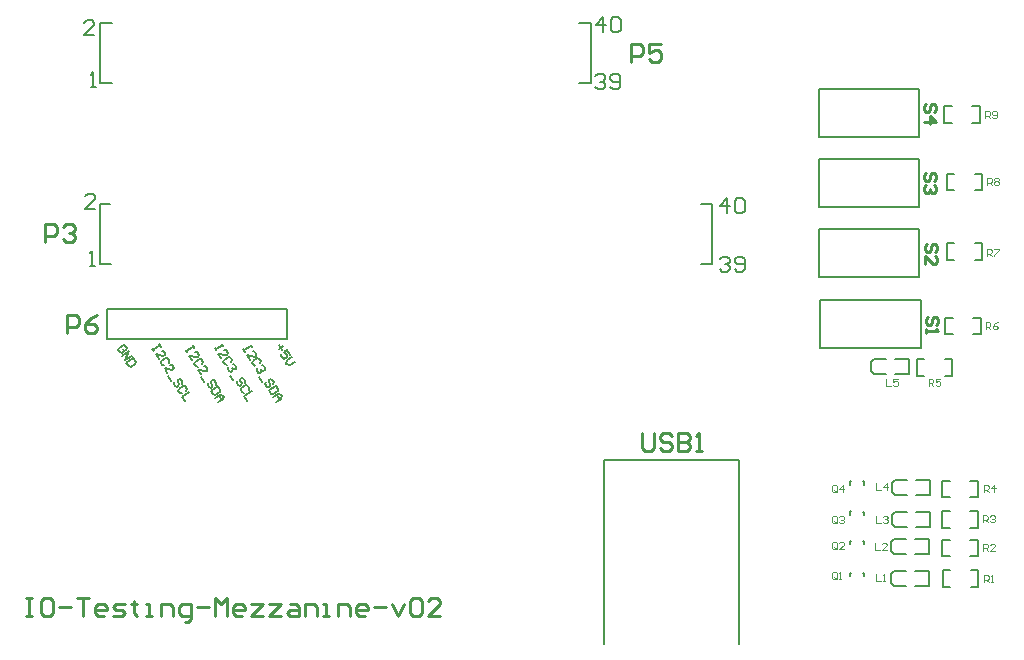
<source format=gto>
G04 Layer_Color=65535*
%FSLAX42Y42*%
%MOMM*%
G71*
G01*
G75*
%ADD20C,0.25*%
%ADD36C,0.20*%
%ADD37C,0.13*%
%ADD38C,0.18*%
%ADD39C,0.15*%
%ADD40C,0.10*%
%ADD41C,0.20*%
D20*
X1194Y1384D02*
X1245D01*
X1219D01*
Y1232D01*
X1194D01*
X1245D01*
X1397Y1384D02*
X1346D01*
X1321Y1359D01*
Y1257D01*
X1346Y1232D01*
X1397D01*
X1422Y1257D01*
Y1359D01*
X1397Y1384D01*
X1473Y1308D02*
X1575D01*
X1625Y1384D02*
X1727D01*
X1676D01*
Y1232D01*
X1854D02*
X1803D01*
X1778Y1257D01*
Y1308D01*
X1803Y1333D01*
X1854D01*
X1879Y1308D01*
Y1283D01*
X1778D01*
X1930Y1232D02*
X2006D01*
X2032Y1257D01*
X2006Y1283D01*
X1956D01*
X1930Y1308D01*
X1956Y1333D01*
X2032D01*
X2108Y1359D02*
Y1333D01*
X2083D01*
X2133D01*
X2108D01*
Y1257D01*
X2133Y1232D01*
X2209D02*
X2260D01*
X2235D01*
Y1333D01*
X2209D01*
X2336Y1232D02*
Y1333D01*
X2413D01*
X2438Y1308D01*
Y1232D01*
X2540Y1181D02*
X2565D01*
X2590Y1207D01*
Y1333D01*
X2514D01*
X2489Y1308D01*
Y1257D01*
X2514Y1232D01*
X2590D01*
X2641Y1308D02*
X2743D01*
X2793Y1232D02*
Y1384D01*
X2844Y1333D01*
X2895Y1384D01*
Y1232D01*
X3022D02*
X2971D01*
X2946Y1257D01*
Y1308D01*
X2971Y1333D01*
X3022D01*
X3047Y1308D01*
Y1283D01*
X2946D01*
X3098Y1333D02*
X3200D01*
X3098Y1232D01*
X3200D01*
X3251Y1333D02*
X3352D01*
X3251Y1232D01*
X3352D01*
X3428Y1333D02*
X3479D01*
X3504Y1308D01*
Y1232D01*
X3428D01*
X3403Y1257D01*
X3428Y1283D01*
X3504D01*
X3555Y1232D02*
Y1333D01*
X3631D01*
X3657Y1308D01*
Y1232D01*
X3708D02*
X3758D01*
X3733D01*
Y1333D01*
X3708D01*
X3835Y1232D02*
Y1333D01*
X3911D01*
X3936Y1308D01*
Y1232D01*
X4063D02*
X4012D01*
X3987Y1257D01*
Y1308D01*
X4012Y1333D01*
X4063D01*
X4088Y1308D01*
Y1283D01*
X3987D01*
X4139Y1308D02*
X4241D01*
X4292Y1333D02*
X4342Y1232D01*
X4393Y1333D01*
X4444Y1359D02*
X4469Y1384D01*
X4520D01*
X4546Y1359D01*
Y1257D01*
X4520Y1232D01*
X4469D01*
X4444Y1257D01*
Y1359D01*
X4698Y1232D02*
X4596D01*
X4698Y1333D01*
Y1359D01*
X4672Y1384D01*
X4622D01*
X4596Y1359D01*
X8879Y4915D02*
X8896Y4931D01*
Y4965D01*
X8879Y4981D01*
X8863D01*
X8846Y4965D01*
Y4931D01*
X8829Y4915D01*
X8813D01*
X8796Y4931D01*
Y4965D01*
X8813Y4981D01*
X8879Y4881D02*
X8896Y4865D01*
Y4831D01*
X8879Y4815D01*
X8863D01*
X8846Y4831D01*
Y4848D01*
Y4831D01*
X8829Y4815D01*
X8813D01*
X8796Y4831D01*
Y4865D01*
X8813Y4881D01*
X6318Y5925D02*
Y6077D01*
X6394D01*
X6420Y6052D01*
Y6001D01*
X6394Y5976D01*
X6318D01*
X6572Y6077D02*
X6470D01*
Y6001D01*
X6521Y6027D01*
X6547D01*
X6572Y6001D01*
Y5950D01*
X6547Y5925D01*
X6496D01*
X6470Y5950D01*
X8879Y5499D02*
X8896Y5516D01*
Y5549D01*
X8879Y5566D01*
X8863D01*
X8846Y5549D01*
Y5516D01*
X8829Y5499D01*
X8813D01*
X8796Y5516D01*
Y5549D01*
X8813Y5566D01*
X8796Y5416D02*
X8896D01*
X8846Y5466D01*
Y5399D01*
X8890Y4317D02*
X8907Y4334D01*
Y4367D01*
X8890Y4384D01*
X8874D01*
X8857Y4367D01*
Y4334D01*
X8840Y4317D01*
X8824D01*
X8807Y4334D01*
Y4367D01*
X8824Y4384D01*
X8807Y4217D02*
Y4284D01*
X8874Y4217D01*
X8890D01*
X8907Y4234D01*
Y4267D01*
X8890Y4284D01*
X8897Y3694D02*
X8914Y3711D01*
Y3744D01*
X8897Y3761D01*
X8881D01*
X8864Y3744D01*
Y3711D01*
X8847Y3694D01*
X8831D01*
X8814Y3711D01*
Y3744D01*
X8831Y3761D01*
X8814Y3661D02*
Y3628D01*
Y3644D01*
X8914D01*
X8897Y3661D01*
X1359Y4401D02*
Y4553D01*
X1435D01*
X1461Y4528D01*
Y4477D01*
X1435Y4452D01*
X1359D01*
X1511Y4528D02*
X1537Y4553D01*
X1588D01*
X1613Y4528D01*
Y4503D01*
X1588Y4477D01*
X1562D01*
X1588D01*
X1613Y4452D01*
Y4426D01*
X1588Y4401D01*
X1537D01*
X1511Y4426D01*
X1543Y3629D02*
Y3781D01*
X1619D01*
X1645Y3756D01*
Y3705D01*
X1619Y3680D01*
X1543D01*
X1797Y3781D02*
X1746Y3756D01*
X1695Y3705D01*
Y3654D01*
X1721Y3629D01*
X1772D01*
X1797Y3654D01*
Y3680D01*
X1772Y3705D01*
X1695D01*
X6409Y2783D02*
Y2656D01*
X6434Y2631D01*
X6485D01*
X6511Y2656D01*
Y2783D01*
X6663Y2758D02*
X6638Y2783D01*
X6587D01*
X6561Y2758D01*
Y2733D01*
X6587Y2707D01*
X6638D01*
X6663Y2682D01*
Y2656D01*
X6638Y2631D01*
X6587D01*
X6561Y2656D01*
X6714Y2783D02*
Y2631D01*
X6790D01*
X6815Y2656D01*
Y2682D01*
X6790Y2707D01*
X6714D01*
X6790D01*
X6815Y2733D01*
Y2758D01*
X6790Y2783D01*
X6714D01*
X6866Y2631D02*
X6917D01*
X6891D01*
Y2783D01*
X6866Y2758D01*
D36*
X8292Y1569D02*
Y1598D01*
X8169Y1570D02*
Y1598D01*
X8181D01*
X8280Y1598D02*
X8292D01*
X8280Y1871D02*
X8292D01*
X8169Y1872D02*
X8181D01*
X8169Y1844D02*
Y1872D01*
X8292Y1843D02*
Y1871D01*
Y2090D02*
Y2117D01*
X8169Y2091D02*
Y2118D01*
X8181D01*
X8280Y2117D02*
X8292D01*
X8280Y2373D02*
X8292D01*
X8169Y2374D02*
X8181D01*
X8169Y2345D02*
Y2374D01*
X8292Y2344D02*
Y2373D01*
X5874Y6256D02*
X5975D01*
X5874Y5748D02*
X5975D01*
X1822D02*
X1924D01*
X1822Y6256D02*
X1924D01*
X5975Y5748D02*
Y6256D01*
X1822Y5748D02*
Y6256D01*
X1879Y3831D02*
X3403D01*
X1879Y3577D02*
X3403D01*
Y3831D01*
X1879Y3577D02*
Y3831D01*
X6909Y4718D02*
X7004D01*
X6909Y4210D02*
X7004D01*
X1822D02*
X1913D01*
X1822Y4718D02*
X1908D01*
X7004Y4210D02*
Y4718D01*
X1822Y4210D02*
Y4718D01*
D37*
X7909Y4695D02*
X8760D01*
X7909Y5101D02*
X8760D01*
Y4695D02*
Y5101D01*
X7909Y4695D02*
Y5101D01*
Y5285D02*
X8760D01*
X7909Y5691D02*
X8760D01*
Y5285D02*
Y5691D01*
X7909Y5285D02*
Y5691D01*
Y4105D02*
X8760D01*
X7909Y4511D02*
X8760D01*
Y4105D02*
Y4511D01*
X7909Y4105D02*
Y4511D01*
X7919Y3505D02*
X8770D01*
X7919Y3911D02*
X8770D01*
Y3505D02*
Y3911D01*
X7919Y3505D02*
Y3911D01*
X8837Y1488D02*
Y1615D01*
X8520Y1589D02*
X8545Y1615D01*
X8520Y1513D02*
X8545Y1488D01*
X8520Y1513D02*
Y1589D01*
X8545Y1488D02*
X8647D01*
X8723D02*
X8837D01*
X8545Y1615D02*
X8647D01*
X8723D02*
X8837D01*
X8555Y3410D02*
X8669D01*
X8377D02*
X8479D01*
X8555Y3283D02*
X8669D01*
X8377D02*
X8479D01*
X8352Y3308D02*
Y3384D01*
Y3308D02*
X8377Y3283D01*
X8352Y3384D02*
X8377Y3410D01*
X8669Y3283D02*
Y3410D01*
X8733Y2384D02*
X8847D01*
X8555D02*
X8657D01*
X8733Y2258D02*
X8847D01*
X8555D02*
X8657D01*
X8530Y2283D02*
Y2359D01*
Y2283D02*
X8555Y2258D01*
X8530Y2359D02*
X8555Y2384D01*
X8847Y2258D02*
Y2384D01*
X8733Y2115D02*
X8847D01*
X8555D02*
X8657D01*
X8733Y1988D02*
X8847D01*
X8555D02*
X8657D01*
X8530Y2013D02*
Y2089D01*
Y2013D02*
X8555Y1988D01*
X8530Y2089D02*
X8555Y2115D01*
X8847Y1988D02*
Y2115D01*
X8723Y1884D02*
X8837D01*
X8545D02*
X8647D01*
X8723Y1758D02*
X8837D01*
X8545D02*
X8647D01*
X8520Y1783D02*
Y1859D01*
Y1783D02*
X8545Y1758D01*
X8520Y1859D02*
X8545Y1884D01*
X8837Y1758D02*
Y1884D01*
X6090Y1000D02*
Y2542D01*
X7233Y1000D02*
Y2542D01*
X6092Y2550D02*
X7235D01*
D38*
X9207Y5547D02*
X9273D01*
Y5409D02*
Y5547D01*
X9207Y5409D02*
X9273D01*
X8969D02*
X9035D01*
X8969D02*
Y5547D01*
X9035D01*
X9227Y4977D02*
X9293D01*
Y4839D02*
Y4977D01*
X9227Y4839D02*
X9293D01*
X8989D02*
X9055D01*
X8989D02*
Y4977D01*
X9055D01*
X9217Y3757D02*
X9283D01*
Y3619D02*
Y3757D01*
X9217Y3619D02*
X9283D01*
X8979D02*
X9045D01*
X8979D02*
Y3757D01*
X9045D01*
X9191Y2380D02*
X9257D01*
Y2242D02*
Y2380D01*
X9191Y2242D02*
X9257D01*
X8953D02*
X9019D01*
X8953D02*
Y2380D01*
X9019D01*
X9227Y4387D02*
X9293D01*
Y4249D02*
Y4387D01*
X9227Y4249D02*
X9293D01*
X8989D02*
X9055D01*
X8989D02*
Y4387D01*
X9055D01*
X9191Y2119D02*
X9257D01*
Y1981D02*
Y2119D01*
X9191Y1981D02*
X9257D01*
X8953D02*
X9019D01*
X8953D02*
Y2119D01*
X9019D01*
X8973Y3405D02*
X9039D01*
Y3267D02*
Y3405D01*
X8973Y3267D02*
X9039D01*
X8735D02*
X8801D01*
X8735D02*
Y3405D01*
X8801D01*
X9191Y1880D02*
X9257D01*
Y1742D02*
Y1880D01*
X9191Y1742D02*
X9257D01*
X8953D02*
X9019D01*
X8953D02*
Y1880D01*
X9019D01*
X9193Y1619D02*
X9259D01*
Y1481D02*
Y1619D01*
X9193Y1481D02*
X9259D01*
X8955D02*
X9021D01*
X8955D02*
Y1619D01*
X9021D01*
D39*
X2607Y3524D02*
X2619Y3504D01*
X2613Y3514D01*
X2554Y3477D01*
X2548Y3487D01*
X2560Y3467D01*
X2603Y3398D02*
X2578Y3438D01*
X2643Y3423D01*
X2652Y3429D01*
X2656Y3445D01*
X2644Y3465D01*
X2628Y3468D01*
X2689Y3369D02*
X2693Y3385D01*
X2681Y3405D01*
X2665Y3409D01*
X2625Y3384D01*
X2621Y3368D01*
X2634Y3349D01*
X2650Y3345D01*
X2677Y3279D02*
X2652Y3319D01*
X2716Y3304D01*
X2726Y3310D01*
X2730Y3326D01*
X2718Y3346D01*
X2702Y3349D01*
X2679Y3253D02*
X2704Y3213D01*
X2800Y3191D02*
X2804Y3207D01*
X2791Y3227D01*
X2775Y3231D01*
X2765Y3224D01*
X2762Y3208D01*
X2774Y3188D01*
X2770Y3172D01*
X2760Y3166D01*
X2744Y3170D01*
X2732Y3190D01*
X2736Y3206D01*
X2822Y3177D02*
X2763Y3140D01*
X2781Y3111D01*
X2797Y3107D01*
X2837Y3131D01*
X2841Y3147D01*
X2822Y3177D01*
X2799Y3081D02*
X2839Y3105D01*
X2871Y3098D01*
X2864Y3066D01*
X2824Y3041D01*
X2854Y3060D01*
X2829Y3099D01*
X2323Y3534D02*
X2335Y3514D01*
X2329Y3524D01*
X2270Y3487D01*
X2264Y3497D01*
X2276Y3477D01*
X2319Y3408D02*
X2294Y3448D01*
X2359Y3433D01*
X2368Y3439D01*
X2372Y3455D01*
X2360Y3475D01*
X2344Y3478D01*
X2405Y3379D02*
X2409Y3395D01*
X2397Y3415D01*
X2381Y3419D01*
X2341Y3394D01*
X2337Y3378D01*
X2350Y3359D01*
X2366Y3355D01*
X2393Y3289D02*
X2368Y3329D01*
X2432Y3314D01*
X2442Y3320D01*
X2446Y3336D01*
X2434Y3356D01*
X2418Y3359D01*
X2395Y3263D02*
X2420Y3223D01*
X2516Y3201D02*
X2520Y3217D01*
X2507Y3237D01*
X2491Y3241D01*
X2481Y3234D01*
X2478Y3218D01*
X2490Y3198D01*
X2486Y3182D01*
X2476Y3176D01*
X2460Y3180D01*
X2448Y3200D01*
X2452Y3216D01*
X2553Y3141D02*
X2557Y3157D01*
X2544Y3177D01*
X2528Y3181D01*
X2489Y3156D01*
X2485Y3140D01*
X2497Y3121D01*
X2513Y3117D01*
X2575Y3128D02*
X2515Y3091D01*
X2540Y3051D01*
X2046Y3487D02*
X2050Y3503D01*
X2037Y3523D01*
X2021Y3527D01*
X1982Y3502D01*
X1978Y3486D01*
X1990Y3466D01*
X2006Y3463D01*
X2026Y3475D01*
X2014Y3495D01*
X2009Y3437D02*
X2068Y3474D01*
X2033Y3397D01*
X2093Y3434D01*
X2105Y3414D02*
X2045Y3377D01*
X2064Y3347D01*
X2080Y3344D01*
X2120Y3368D01*
X2123Y3384D01*
X2105Y3414D01*
X2853Y3540D02*
X2865Y3520D01*
X2859Y3530D01*
X2800Y3493D01*
X2794Y3503D01*
X2806Y3483D01*
X2849Y3414D02*
X2824Y3454D01*
X2889Y3439D01*
X2898Y3445D01*
X2902Y3461D01*
X2890Y3481D01*
X2874Y3484D01*
X2935Y3385D02*
X2939Y3401D01*
X2927Y3421D01*
X2911Y3425D01*
X2871Y3400D01*
X2867Y3384D01*
X2880Y3365D01*
X2896Y3361D01*
X2948Y3365D02*
X2964Y3362D01*
X2976Y3342D01*
X2972Y3326D01*
X2962Y3320D01*
X2946Y3323D01*
X2940Y3333D01*
X2946Y3323D01*
X2942Y3307D01*
X2933Y3301D01*
X2916Y3305D01*
X2904Y3325D01*
X2908Y3341D01*
X2925Y3269D02*
X2950Y3229D01*
X3046Y3207D02*
X3050Y3223D01*
X3037Y3243D01*
X3021Y3247D01*
X3011Y3240D01*
X3008Y3224D01*
X3020Y3204D01*
X3016Y3188D01*
X3006Y3182D01*
X2990Y3186D01*
X2978Y3206D01*
X2982Y3222D01*
X3083Y3147D02*
X3087Y3163D01*
X3074Y3183D01*
X3058Y3187D01*
X3019Y3162D01*
X3015Y3146D01*
X3027Y3127D01*
X3043Y3123D01*
X3105Y3134D02*
X3045Y3097D01*
X3070Y3057D01*
X3096Y3529D02*
X3108Y3509D01*
X3102Y3519D01*
X3042Y3482D01*
X3036Y3492D01*
X3048Y3472D01*
X3091Y3403D02*
X3067Y3443D01*
X3131Y3428D01*
X3141Y3434D01*
X3145Y3450D01*
X3133Y3470D01*
X3116Y3473D01*
X3178Y3374D02*
X3182Y3390D01*
X3169Y3410D01*
X3153Y3414D01*
X3114Y3389D01*
X3110Y3373D01*
X3122Y3354D01*
X3138Y3350D01*
X3190Y3354D02*
X3206Y3351D01*
X3219Y3331D01*
X3215Y3315D01*
X3205Y3309D01*
X3189Y3312D01*
X3183Y3322D01*
X3189Y3312D01*
X3185Y3296D01*
X3175Y3290D01*
X3159Y3294D01*
X3147Y3314D01*
X3151Y3330D01*
X3168Y3258D02*
X3192Y3218D01*
X3288Y3196D02*
X3292Y3212D01*
X3280Y3232D01*
X3264Y3236D01*
X3254Y3229D01*
X3250Y3213D01*
X3263Y3193D01*
X3259Y3177D01*
X3249Y3171D01*
X3233Y3175D01*
X3220Y3195D01*
X3224Y3211D01*
X3311Y3182D02*
X3251Y3145D01*
X3270Y3116D01*
X3286Y3112D01*
X3325Y3136D01*
X3329Y3152D01*
X3311Y3182D01*
X3288Y3086D02*
X3328Y3110D01*
X3360Y3103D01*
X3352Y3071D01*
X3313Y3046D01*
X3342Y3065D01*
X3318Y3104D01*
X3341Y3525D02*
X3366Y3485D01*
X3374Y3517D02*
X3334Y3492D01*
X3433Y3444D02*
X3408Y3484D01*
X3378Y3465D01*
X3400Y3451D01*
X3407Y3442D01*
X3403Y3425D01*
X3383Y3413D01*
X3367Y3417D01*
X3355Y3437D01*
X3358Y3453D01*
X3445Y3424D02*
X3405Y3399D01*
X3398Y3367D01*
X3430Y3360D01*
X3469Y3384D01*
D40*
X8059Y2292D02*
Y2332D01*
X8049Y2342D01*
X8029D01*
X8019Y2332D01*
Y2292D01*
X8029Y2282D01*
X8049D01*
X8039Y2302D02*
X8059Y2282D01*
X8049D02*
X8059Y2292D01*
X8109Y2282D02*
Y2342D01*
X8079Y2312D01*
X8119D01*
X8059Y2028D02*
Y2068D01*
X8049Y2078D01*
X8029D01*
X8019Y2068D01*
Y2028D01*
X8029Y2018D01*
X8049D01*
X8039Y2038D02*
X8059Y2018D01*
X8049D02*
X8059Y2028D01*
X8079Y2068D02*
X8089Y2078D01*
X8109D01*
X8119Y2068D01*
Y2058D01*
X8109Y2048D01*
X8099D01*
X8109D01*
X8119Y2038D01*
Y2028D01*
X8109Y2018D01*
X8089D01*
X8079Y2028D01*
X8059Y1808D02*
Y1848D01*
X8049Y1858D01*
X8029D01*
X8019Y1848D01*
Y1808D01*
X8029Y1799D01*
X8049D01*
X8039Y1818D02*
X8059Y1799D01*
X8049D02*
X8059Y1808D01*
X8119Y1799D02*
X8079D01*
X8119Y1838D01*
Y1848D01*
X8109Y1858D01*
X8089D01*
X8079Y1848D01*
X8059Y1556D02*
Y1596D01*
X8049Y1606D01*
X8029D01*
X8019Y1596D01*
Y1556D01*
X8029Y1546D01*
X8049D01*
X8039Y1566D02*
X8059Y1546D01*
X8049D02*
X8059Y1556D01*
X8079Y1546D02*
X8099D01*
X8089D01*
Y1606D01*
X8079Y1596D01*
X9316Y5447D02*
Y5507D01*
X9346D01*
X9356Y5497D01*
Y5477D01*
X9346Y5467D01*
X9316D01*
X9336D02*
X9356Y5447D01*
X9376Y5457D02*
X9386Y5447D01*
X9406D01*
X9416Y5457D01*
Y5497D01*
X9406Y5507D01*
X9386D01*
X9376Y5497D01*
Y5487D01*
X9386Y5477D01*
X9416D01*
X9333Y4882D02*
Y4942D01*
X9363D01*
X9373Y4932D01*
Y4912D01*
X9363Y4902D01*
X9333D01*
X9353D02*
X9373Y4882D01*
X9393Y4932D02*
X9403Y4942D01*
X9423D01*
X9433Y4932D01*
Y4922D01*
X9423Y4912D01*
X9433Y4902D01*
Y4892D01*
X9423Y4882D01*
X9403D01*
X9393Y4892D01*
Y4902D01*
X9403Y4912D01*
X9393Y4922D01*
Y4932D01*
X9403Y4912D02*
X9423D01*
X9321Y3662D02*
Y3722D01*
X9351D01*
X9361Y3712D01*
Y3692D01*
X9351Y3682D01*
X9321D01*
X9341D02*
X9361Y3662D01*
X9421Y3722D02*
X9401Y3712D01*
X9381Y3692D01*
Y3672D01*
X9391Y3662D01*
X9411D01*
X9421Y3672D01*
Y3682D01*
X9411Y3692D01*
X9381D01*
X8392Y1586D02*
Y1526D01*
X8432D01*
X8452D02*
X8472D01*
X8462D01*
Y1586D01*
X8452Y1576D01*
X8382Y1852D02*
Y1792D01*
X8422D01*
X8482D02*
X8442D01*
X8482Y1832D01*
Y1842D01*
X8472Y1852D01*
X8452D01*
X8442Y1842D01*
X8390Y2082D02*
Y2022D01*
X8430D01*
X8450Y2072D02*
X8460Y2082D01*
X8480D01*
X8490Y2072D01*
Y2062D01*
X8480Y2052D01*
X8470D01*
X8480D01*
X8490Y2042D01*
Y2032D01*
X8480Y2022D01*
X8460D01*
X8450Y2032D01*
X8393Y2356D02*
Y2296D01*
X8433D01*
X8483D02*
Y2356D01*
X8453Y2326D01*
X8493D01*
X8476Y3241D02*
Y3181D01*
X8516D01*
X8576Y3241D02*
X8536D01*
Y3211D01*
X8556Y3221D01*
X8566D01*
X8576Y3211D01*
Y3191D01*
X8566Y3181D01*
X8546D01*
X8536Y3191D01*
X9305Y1520D02*
Y1580D01*
X9335D01*
X9345Y1570D01*
Y1550D01*
X9335Y1540D01*
X9305D01*
X9325D02*
X9345Y1520D01*
X9365D02*
X9385D01*
X9375D01*
Y1580D01*
X9365Y1570D01*
X9300Y1785D02*
Y1845D01*
X9330D01*
X9340Y1835D01*
Y1815D01*
X9330Y1805D01*
X9300D01*
X9320D02*
X9340Y1785D01*
X9400D02*
X9360D01*
X9400Y1825D01*
Y1835D01*
X9390Y1845D01*
X9370D01*
X9360Y1835D01*
X8837Y3182D02*
Y3242D01*
X8867D01*
X8877Y3232D01*
Y3212D01*
X8867Y3202D01*
X8837D01*
X8857D02*
X8877Y3182D01*
X8937Y3242D02*
X8897D01*
Y3212D01*
X8917Y3222D01*
X8927D01*
X8937Y3212D01*
Y3192D01*
X8927Y3182D01*
X8907D01*
X8897Y3192D01*
X9297Y2025D02*
Y2085D01*
X9327D01*
X9337Y2075D01*
Y2055D01*
X9327Y2045D01*
X9297D01*
X9317D02*
X9337Y2025D01*
X9357Y2075D02*
X9367Y2085D01*
X9387D01*
X9397Y2075D01*
Y2065D01*
X9387Y2055D01*
X9377D01*
X9387D01*
X9397Y2045D01*
Y2035D01*
X9387Y2025D01*
X9367D01*
X9357Y2035D01*
X9331Y4281D02*
Y4341D01*
X9361D01*
X9371Y4331D01*
Y4311D01*
X9361Y4301D01*
X9331D01*
X9351D02*
X9371Y4281D01*
X9391Y4341D02*
X9431D01*
Y4331D01*
X9391Y4291D01*
Y4281D01*
X9305Y2283D02*
Y2343D01*
X9335D01*
X9345Y2333D01*
Y2313D01*
X9335Y2303D01*
X9305D01*
X9325D02*
X9345Y2283D01*
X9395D02*
Y2343D01*
X9365Y2313D01*
X9405D01*
D41*
X1742Y5709D02*
X1784D01*
X1763D01*
Y5836D01*
X1742Y5815D01*
X6015Y5801D02*
X6036Y5822D01*
X6078D01*
X6100Y5801D01*
Y5780D01*
X6078Y5758D01*
X6057D01*
X6078D01*
X6100Y5737D01*
Y5716D01*
X6078Y5695D01*
X6036D01*
X6015Y5716D01*
X6142D02*
X6163Y5695D01*
X6205D01*
X6227Y5716D01*
Y5801D01*
X6205Y5822D01*
X6163D01*
X6142Y5801D01*
Y5780D01*
X6163Y5758D01*
X6227D01*
X6081Y6177D02*
Y6304D01*
X6018Y6240D01*
X6103D01*
X6145Y6283D02*
X6166Y6304D01*
X6208D01*
X6230Y6283D01*
Y6198D01*
X6208Y6177D01*
X6166D01*
X6145Y6198D01*
Y6283D01*
X1774Y6149D02*
X1689D01*
X1774Y6234D01*
Y6255D01*
X1752Y6276D01*
X1710D01*
X1689Y6255D01*
X1733Y4198D02*
X1776D01*
X1754D01*
Y4325D01*
X1733Y4303D01*
X7067Y4253D02*
X7088Y4274D01*
X7131D01*
X7152Y4253D01*
Y4231D01*
X7131Y4210D01*
X7110D01*
X7131D01*
X7152Y4189D01*
Y4168D01*
X7131Y4147D01*
X7088D01*
X7067Y4168D01*
X7194D02*
X7215Y4147D01*
X7258D01*
X7279Y4168D01*
Y4253D01*
X7258Y4274D01*
X7215D01*
X7194Y4253D01*
Y4231D01*
X7215Y4210D01*
X7279D01*
X7131Y4642D02*
Y4769D01*
X7067Y4706D01*
X7152D01*
X7194Y4748D02*
X7215Y4769D01*
X7258D01*
X7279Y4748D01*
Y4663D01*
X7258Y4642D01*
X7215D01*
X7194Y4663D01*
Y4748D01*
X1780Y4680D02*
X1695D01*
X1780Y4765D01*
Y4786D01*
X1759Y4807D01*
X1716D01*
X1695Y4786D01*
M02*

</source>
